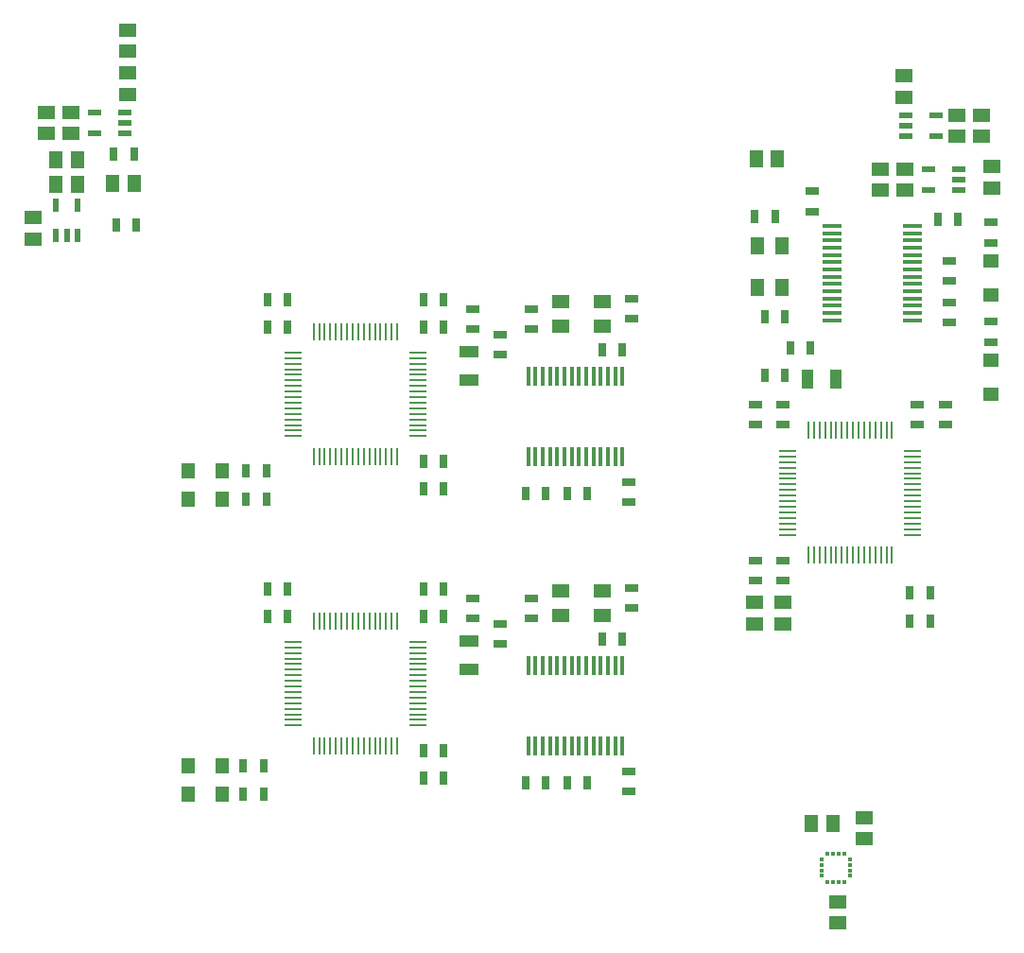
<source format=gtp>
G75*
%MOIN*%
%OFA0B0*%
%FSLAX25Y25*%
%IPPOS*%
%LPD*%
%AMOC8*
5,1,8,0,0,1.08239X$1,22.5*
%
%ADD10R,0.03150X0.04724*%
%ADD11R,0.05118X0.05906*%
%ADD12R,0.06102X0.00984*%
%ADD13R,0.00984X0.06102*%
%ADD14R,0.06890X0.01575*%
%ADD15R,0.03937X0.07087*%
%ADD16R,0.04724X0.03150*%
%ADD17R,0.04921X0.06299*%
%ADD18R,0.00984X0.03937*%
%ADD19R,0.03937X0.00984*%
%ADD20R,0.01770X0.01180*%
%ADD21R,0.01180X0.01770*%
%ADD22R,0.05906X0.05118*%
%ADD23R,0.04724X0.02362*%
%ADD24R,0.02362X0.04724*%
%ADD25R,0.05512X0.04724*%
%ADD26R,0.01575X0.06890*%
%ADD27R,0.07087X0.03937*%
%ADD28R,0.06299X0.04921*%
%ADD29R,0.04724X0.05512*%
D10*
X0091754Y0072392D03*
X0098841Y0072392D03*
X0098841Y0082392D03*
X0091754Y0082392D03*
X0100274Y0135014D03*
X0107361Y0135014D03*
X0107361Y0144857D03*
X0100274Y0144857D03*
X0099841Y0176392D03*
X0092754Y0176392D03*
X0092754Y0186392D03*
X0099841Y0186392D03*
X0100274Y0237014D03*
X0107361Y0237014D03*
X0107361Y0246857D03*
X0100274Y0246857D03*
X0054020Y0273162D03*
X0046934Y0273162D03*
X0046082Y0298162D03*
X0053169Y0298162D03*
X0155235Y0246857D03*
X0162321Y0246857D03*
X0162321Y0237014D03*
X0155235Y0237014D03*
X0155235Y0189770D03*
X0162321Y0189770D03*
X0162321Y0179928D03*
X0155235Y0179928D03*
X0155235Y0144857D03*
X0162321Y0144857D03*
X0162321Y0135014D03*
X0155235Y0135014D03*
X0191317Y0178451D03*
X0198404Y0178451D03*
X0205924Y0178451D03*
X0213010Y0178451D03*
X0218325Y0229042D03*
X0225412Y0229042D03*
X0272081Y0276112D03*
X0279168Y0276112D03*
X0275683Y0240679D03*
X0282770Y0240679D03*
X0284542Y0229852D03*
X0291628Y0229852D03*
X0282770Y0220009D03*
X0275683Y0220009D03*
X0336550Y0275128D03*
X0343636Y0275128D03*
X0333841Y0143392D03*
X0326754Y0143392D03*
X0326754Y0133392D03*
X0333841Y0133392D03*
X0225412Y0127042D03*
X0218325Y0127042D03*
X0213010Y0076451D03*
X0205924Y0076451D03*
X0198404Y0076451D03*
X0191317Y0076451D03*
X0162321Y0077928D03*
X0155235Y0077928D03*
X0155235Y0087770D03*
X0162321Y0087770D03*
D11*
X0292157Y0061992D03*
X0299638Y0061992D03*
X0280038Y0296392D03*
X0272557Y0296392D03*
X0053280Y0287844D03*
X0045800Y0287844D03*
X0033288Y0287392D03*
X0025807Y0287392D03*
X0025807Y0296142D03*
X0033288Y0296142D03*
D12*
X0109250Y0228156D03*
X0109250Y0226187D03*
X0109250Y0224219D03*
X0109250Y0222250D03*
X0109250Y0220282D03*
X0109250Y0218313D03*
X0109250Y0216345D03*
X0109250Y0214376D03*
X0109250Y0212408D03*
X0109250Y0210439D03*
X0109250Y0208471D03*
X0109250Y0206502D03*
X0109250Y0204534D03*
X0109250Y0202565D03*
X0109250Y0200597D03*
X0109250Y0198628D03*
X0153345Y0198628D03*
X0153345Y0200597D03*
X0153345Y0202565D03*
X0153345Y0204534D03*
X0153345Y0206502D03*
X0153345Y0208471D03*
X0153345Y0210439D03*
X0153345Y0212408D03*
X0153345Y0214376D03*
X0153345Y0216345D03*
X0153345Y0218313D03*
X0153345Y0220282D03*
X0153345Y0222250D03*
X0153345Y0224219D03*
X0153345Y0226187D03*
X0153345Y0228156D03*
X0153345Y0126156D03*
X0153345Y0124187D03*
X0153345Y0122219D03*
X0153345Y0120250D03*
X0153345Y0118282D03*
X0153345Y0116313D03*
X0153345Y0114345D03*
X0153345Y0112376D03*
X0153345Y0110408D03*
X0153345Y0108439D03*
X0153345Y0106471D03*
X0153345Y0104502D03*
X0153345Y0102534D03*
X0153345Y0100565D03*
X0153345Y0098597D03*
X0153345Y0096628D03*
X0109250Y0096628D03*
X0109250Y0098597D03*
X0109250Y0100565D03*
X0109250Y0102534D03*
X0109250Y0104502D03*
X0109250Y0106471D03*
X0109250Y0108439D03*
X0109250Y0110408D03*
X0109250Y0112376D03*
X0109250Y0114345D03*
X0109250Y0116313D03*
X0109250Y0118282D03*
X0109250Y0120250D03*
X0109250Y0122219D03*
X0109250Y0124187D03*
X0109250Y0126156D03*
X0283676Y0163907D03*
X0283676Y0165876D03*
X0283676Y0167844D03*
X0283676Y0169813D03*
X0283676Y0171781D03*
X0283676Y0173750D03*
X0283676Y0175718D03*
X0283676Y0177687D03*
X0283676Y0179655D03*
X0283676Y0181624D03*
X0283676Y0183592D03*
X0283676Y0185561D03*
X0283676Y0187529D03*
X0283676Y0189498D03*
X0283676Y0191466D03*
X0283676Y0193435D03*
X0327770Y0193435D03*
X0327770Y0191466D03*
X0327770Y0189498D03*
X0327770Y0187529D03*
X0327770Y0185561D03*
X0327770Y0183592D03*
X0327770Y0181624D03*
X0327770Y0179655D03*
X0327770Y0177687D03*
X0327770Y0175718D03*
X0327770Y0173750D03*
X0327770Y0171781D03*
X0327770Y0169813D03*
X0327770Y0167844D03*
X0327770Y0165876D03*
X0327770Y0163907D03*
D13*
X0320487Y0156624D03*
X0318518Y0156624D03*
X0316550Y0156624D03*
X0314581Y0156624D03*
X0312613Y0156624D03*
X0310644Y0156624D03*
X0308676Y0156624D03*
X0306707Y0156624D03*
X0304739Y0156624D03*
X0302770Y0156624D03*
X0300802Y0156624D03*
X0298833Y0156624D03*
X0296865Y0156624D03*
X0294896Y0156624D03*
X0292928Y0156624D03*
X0290959Y0156624D03*
X0290959Y0200718D03*
X0292928Y0200718D03*
X0294896Y0200718D03*
X0296865Y0200718D03*
X0298833Y0200718D03*
X0300802Y0200718D03*
X0302770Y0200718D03*
X0304739Y0200718D03*
X0306707Y0200718D03*
X0308676Y0200718D03*
X0310644Y0200718D03*
X0312613Y0200718D03*
X0314581Y0200718D03*
X0316550Y0200718D03*
X0318518Y0200718D03*
X0320487Y0200718D03*
X0146061Y0191345D03*
X0144093Y0191345D03*
X0142124Y0191345D03*
X0140156Y0191345D03*
X0138187Y0191345D03*
X0136219Y0191345D03*
X0134250Y0191345D03*
X0132282Y0191345D03*
X0130313Y0191345D03*
X0128345Y0191345D03*
X0126376Y0191345D03*
X0124408Y0191345D03*
X0122439Y0191345D03*
X0120471Y0191345D03*
X0118502Y0191345D03*
X0116534Y0191345D03*
X0116534Y0235439D03*
X0118502Y0235439D03*
X0120471Y0235439D03*
X0122439Y0235439D03*
X0124408Y0235439D03*
X0126376Y0235439D03*
X0128345Y0235439D03*
X0130313Y0235439D03*
X0132282Y0235439D03*
X0134250Y0235439D03*
X0136219Y0235439D03*
X0138187Y0235439D03*
X0140156Y0235439D03*
X0142124Y0235439D03*
X0144093Y0235439D03*
X0146061Y0235439D03*
X0146061Y0133439D03*
X0144093Y0133439D03*
X0142124Y0133439D03*
X0140156Y0133439D03*
X0138187Y0133439D03*
X0136219Y0133439D03*
X0134250Y0133439D03*
X0132282Y0133439D03*
X0130313Y0133439D03*
X0128345Y0133439D03*
X0126376Y0133439D03*
X0124408Y0133439D03*
X0122439Y0133439D03*
X0120471Y0133439D03*
X0118502Y0133439D03*
X0116534Y0133439D03*
X0116534Y0089345D03*
X0118502Y0089345D03*
X0120471Y0089345D03*
X0122439Y0089345D03*
X0124408Y0089345D03*
X0126376Y0089345D03*
X0128345Y0089345D03*
X0130313Y0089345D03*
X0132282Y0089345D03*
X0134250Y0089345D03*
X0136219Y0089345D03*
X0138187Y0089345D03*
X0140156Y0089345D03*
X0142124Y0089345D03*
X0144093Y0089345D03*
X0146061Y0089345D03*
D14*
X0299424Y0239537D03*
X0299424Y0242096D03*
X0299424Y0244655D03*
X0299424Y0247214D03*
X0299424Y0249773D03*
X0299424Y0252332D03*
X0299424Y0254891D03*
X0299424Y0257450D03*
X0299424Y0260009D03*
X0299424Y0262569D03*
X0299424Y0265128D03*
X0299424Y0267687D03*
X0299424Y0270246D03*
X0299424Y0272805D03*
X0327770Y0272805D03*
X0327770Y0270246D03*
X0327770Y0267687D03*
X0327770Y0265128D03*
X0327770Y0262569D03*
X0327770Y0260009D03*
X0327770Y0257450D03*
X0327770Y0254891D03*
X0327770Y0252332D03*
X0327770Y0249773D03*
X0327770Y0247214D03*
X0327770Y0244655D03*
X0327770Y0242096D03*
X0327770Y0239537D03*
D15*
X0300644Y0218671D03*
X0290802Y0218671D03*
D16*
X0282101Y0209694D03*
X0282101Y0202608D03*
X0272258Y0202608D03*
X0272258Y0209694D03*
X0227754Y0182565D03*
X0227754Y0175479D03*
X0228739Y0145034D03*
X0228739Y0137947D03*
X0193306Y0141431D03*
X0193306Y0134345D03*
X0182479Y0132573D03*
X0182479Y0125487D03*
X0172636Y0134345D03*
X0172636Y0141431D03*
X0227754Y0080565D03*
X0227754Y0073479D03*
X0272258Y0147647D03*
X0272258Y0154734D03*
X0282101Y0154734D03*
X0282101Y0147647D03*
X0329345Y0202608D03*
X0329345Y0209694D03*
X0339187Y0209694D03*
X0339187Y0202608D03*
X0355298Y0231849D03*
X0355298Y0238935D03*
X0340664Y0238691D03*
X0340664Y0245777D03*
X0340664Y0253297D03*
X0340664Y0260383D03*
X0355298Y0266849D03*
X0355298Y0273935D03*
X0292435Y0277903D03*
X0292435Y0284990D03*
X0228739Y0247034D03*
X0228739Y0239947D03*
X0193306Y0243431D03*
X0193306Y0236345D03*
X0182479Y0234573D03*
X0182479Y0227487D03*
X0172636Y0236345D03*
X0172636Y0243431D03*
D17*
X0272928Y0251033D03*
X0281589Y0251033D03*
X0281589Y0265600D03*
X0272928Y0265600D03*
D18*
X0218010Y0229042D03*
X0205609Y0178451D03*
X0154465Y0179923D03*
X0154543Y0144787D03*
X0107824Y0144987D03*
X0154465Y0077923D03*
X0205609Y0076451D03*
X0218010Y0127042D03*
X0154543Y0246787D03*
X0107824Y0246987D03*
X0335841Y0275128D03*
D19*
X0340664Y0252982D03*
X0292435Y0277588D03*
X0272328Y0201916D03*
X0227754Y0183274D03*
X0272128Y0155197D03*
X0339192Y0201838D03*
X0227754Y0081274D03*
D20*
X0295577Y0049518D03*
X0295577Y0047550D03*
X0295577Y0045581D03*
X0295577Y0043613D03*
X0305617Y0043613D03*
X0305617Y0045581D03*
X0305617Y0047550D03*
X0305617Y0049518D03*
D21*
X0303550Y0051585D03*
X0301581Y0051585D03*
X0299613Y0051585D03*
X0297644Y0051585D03*
X0297644Y0041546D03*
X0299613Y0041546D03*
X0301581Y0041546D03*
X0303550Y0041546D03*
D22*
X0301472Y0034463D03*
X0301472Y0026983D03*
X0310808Y0056636D03*
X0310808Y0064117D03*
X0281912Y0132502D03*
X0281912Y0139983D03*
X0272069Y0139983D03*
X0272069Y0132502D03*
X0316298Y0285402D03*
X0316298Y0292882D03*
X0325048Y0292882D03*
X0325048Y0285402D03*
X0343298Y0304402D03*
X0343298Y0311882D03*
X0352048Y0311882D03*
X0352048Y0304402D03*
X0355548Y0293632D03*
X0355548Y0286152D03*
X0324548Y0318152D03*
X0324548Y0325632D03*
X0051048Y0326632D03*
X0051048Y0319152D03*
X0051098Y0334352D03*
X0051098Y0341832D03*
X0031048Y0312882D03*
X0031048Y0305402D03*
X0022298Y0305402D03*
X0022298Y0312882D03*
X0017548Y0275632D03*
X0017548Y0268152D03*
D23*
X0039483Y0305402D03*
X0039483Y0312882D03*
X0050113Y0312882D03*
X0050113Y0309142D03*
X0050113Y0305402D03*
X0325483Y0304402D03*
X0325483Y0308142D03*
X0325483Y0311882D03*
X0336113Y0311882D03*
X0336113Y0304402D03*
X0333483Y0292882D03*
X0333483Y0285402D03*
X0344113Y0285402D03*
X0344113Y0289142D03*
X0344113Y0292882D03*
D24*
X0033288Y0280207D03*
X0025807Y0280207D03*
X0025807Y0269577D03*
X0029548Y0269577D03*
X0033288Y0269577D03*
D25*
X0355298Y0260298D03*
X0355298Y0248487D03*
X0355298Y0225298D03*
X0355298Y0213487D03*
D26*
X0225431Y0219691D03*
X0222872Y0219691D03*
X0220313Y0219691D03*
X0217754Y0219691D03*
X0215195Y0219691D03*
X0212636Y0219691D03*
X0210077Y0219691D03*
X0207518Y0219691D03*
X0204959Y0219691D03*
X0202400Y0219691D03*
X0199841Y0219691D03*
X0197282Y0219691D03*
X0194723Y0219691D03*
X0192164Y0219691D03*
X0192164Y0191345D03*
X0194723Y0191345D03*
X0197282Y0191345D03*
X0199841Y0191345D03*
X0202400Y0191345D03*
X0204959Y0191345D03*
X0207518Y0191345D03*
X0210077Y0191345D03*
X0212636Y0191345D03*
X0215195Y0191345D03*
X0217754Y0191345D03*
X0220313Y0191345D03*
X0222872Y0191345D03*
X0225431Y0191345D03*
X0225431Y0117691D03*
X0222872Y0117691D03*
X0220313Y0117691D03*
X0217754Y0117691D03*
X0215195Y0117691D03*
X0212636Y0117691D03*
X0210077Y0117691D03*
X0207518Y0117691D03*
X0204959Y0117691D03*
X0202400Y0117691D03*
X0199841Y0117691D03*
X0197282Y0117691D03*
X0194723Y0117691D03*
X0192164Y0117691D03*
X0192164Y0089345D03*
X0194723Y0089345D03*
X0197282Y0089345D03*
X0199841Y0089345D03*
X0202400Y0089345D03*
X0204959Y0089345D03*
X0207518Y0089345D03*
X0210077Y0089345D03*
X0212636Y0089345D03*
X0215195Y0089345D03*
X0217754Y0089345D03*
X0220313Y0089345D03*
X0222872Y0089345D03*
X0225431Y0089345D03*
D27*
X0171298Y0116471D03*
X0171298Y0126313D03*
X0171298Y0218471D03*
X0171298Y0228313D03*
D28*
X0203660Y0237526D03*
X0203660Y0246187D03*
X0218227Y0246187D03*
X0218227Y0237526D03*
X0218227Y0144187D03*
X0218227Y0135526D03*
X0203660Y0135526D03*
X0203660Y0144187D03*
D29*
X0072392Y0072392D03*
X0072392Y0082392D03*
X0084203Y0082392D03*
X0084203Y0072392D03*
X0084203Y0176392D03*
X0084203Y0186392D03*
X0072392Y0186392D03*
X0072392Y0176392D03*
M02*

</source>
